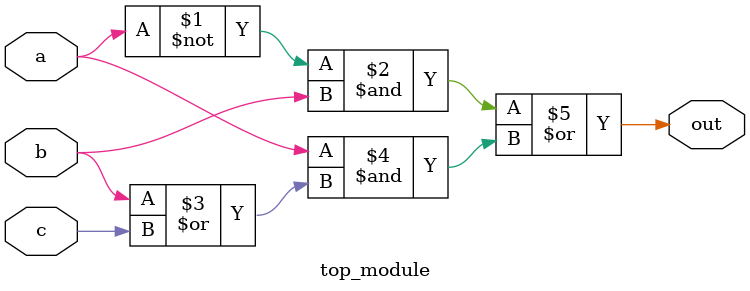
<source format=sv>
module top_module(
    input a,
    input b,
    input c,
    output out
);

    assign out = (~a & b) | (a & (b | c));

endmodule

</source>
